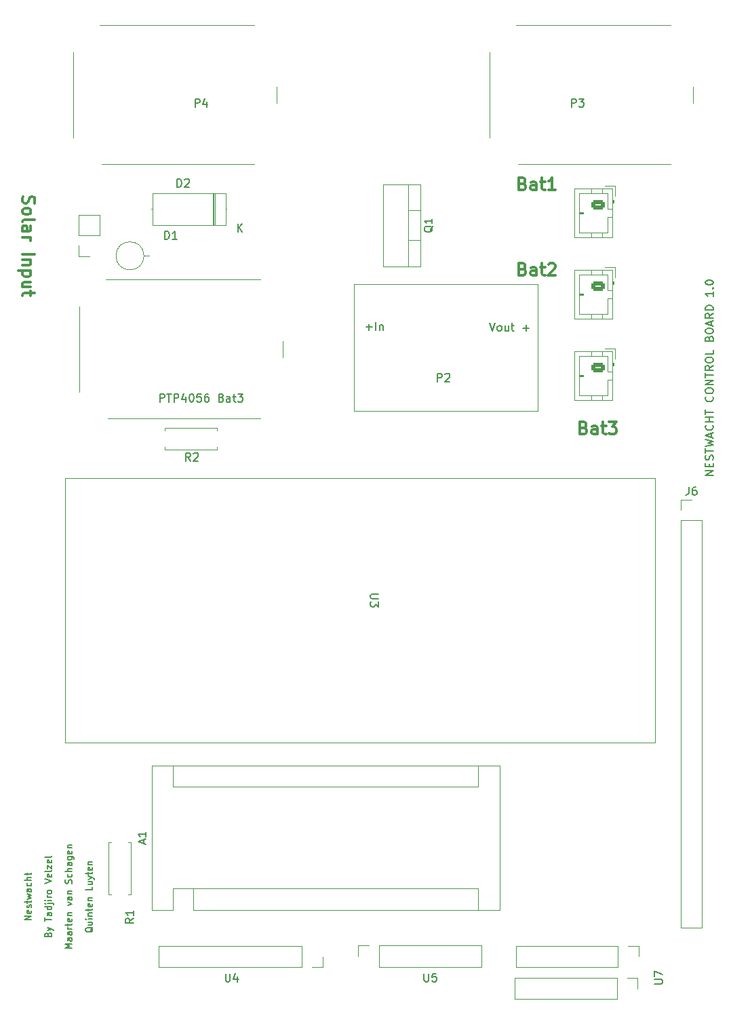
<source format=gto>
G04 #@! TF.GenerationSoftware,KiCad,Pcbnew,(6.0.9)*
G04 #@! TF.CreationDate,2023-01-12T19:49:21+01:00*
G04 #@! TF.ProjectId,vogelhuisje_kicad,766f6765-6c68-4756-9973-6a655f6b6963,rev?*
G04 #@! TF.SameCoordinates,Original*
G04 #@! TF.FileFunction,Legend,Top*
G04 #@! TF.FilePolarity,Positive*
%FSLAX46Y46*%
G04 Gerber Fmt 4.6, Leading zero omitted, Abs format (unit mm)*
G04 Created by KiCad (PCBNEW (6.0.9)) date 2023-01-12 19:49:21*
%MOMM*%
%LPD*%
G01*
G04 APERTURE LIST*
G04 Aperture macros list*
%AMRoundRect*
0 Rectangle with rounded corners*
0 $1 Rounding radius*
0 $2 $3 $4 $5 $6 $7 $8 $9 X,Y pos of 4 corners*
0 Add a 4 corners polygon primitive as box body*
4,1,4,$2,$3,$4,$5,$6,$7,$8,$9,$2,$3,0*
0 Add four circle primitives for the rounded corners*
1,1,$1+$1,$2,$3*
1,1,$1+$1,$4,$5*
1,1,$1+$1,$6,$7*
1,1,$1+$1,$8,$9*
0 Add four rect primitives between the rounded corners*
20,1,$1+$1,$2,$3,$4,$5,0*
20,1,$1+$1,$4,$5,$6,$7,0*
20,1,$1+$1,$6,$7,$8,$9,0*
20,1,$1+$1,$8,$9,$2,$3,0*%
G04 Aperture macros list end*
%ADD10C,0.152400*%
%ADD11C,0.304800*%
%ADD12C,0.150000*%
%ADD13C,0.120000*%
%ADD14R,1.700000X1.700000*%
%ADD15O,1.700000X1.700000*%
%ADD16R,2.200000X2.200000*%
%ADD17O,2.200000X2.200000*%
%ADD18R,4.000000X4.000000*%
%ADD19C,3.000000*%
%ADD20C,1.600000*%
%ADD21O,1.600000X1.600000*%
%ADD22RoundRect,0.250000X-0.625000X0.350000X-0.625000X-0.350000X0.625000X-0.350000X0.625000X0.350000X0*%
%ADD23O,1.750000X1.200000*%
%ADD24R,2.000000X1.905000*%
%ADD25O,2.000000X1.905000*%
%ADD26R,2.800000X2.800000*%
%ADD27O,2.800000X2.800000*%
%ADD28R,1.600000X1.600000*%
%ADD29C,1.524000*%
G04 APERTURE END LIST*
D10*
X71061942Y-167281980D02*
X71100647Y-167165866D01*
X71139352Y-167127161D01*
X71216761Y-167088457D01*
X71332876Y-167088457D01*
X71410285Y-167127161D01*
X71448990Y-167165866D01*
X71487695Y-167243276D01*
X71487695Y-167552914D01*
X70674895Y-167552914D01*
X70674895Y-167281980D01*
X70713600Y-167204571D01*
X70752304Y-167165866D01*
X70829714Y-167127161D01*
X70907123Y-167127161D01*
X70984533Y-167165866D01*
X71023238Y-167204571D01*
X71061942Y-167281980D01*
X71061942Y-167552914D01*
X70945828Y-166817523D02*
X71487695Y-166624000D01*
X70945828Y-166430476D02*
X71487695Y-166624000D01*
X71681219Y-166701409D01*
X71719923Y-166740114D01*
X71758628Y-166817523D01*
X70674895Y-165617676D02*
X70674895Y-165153219D01*
X71487695Y-165385447D02*
X70674895Y-165385447D01*
X71487695Y-164533942D02*
X71061942Y-164533942D01*
X70984533Y-164572647D01*
X70945828Y-164650057D01*
X70945828Y-164804876D01*
X70984533Y-164882285D01*
X71448990Y-164533942D02*
X71487695Y-164611352D01*
X71487695Y-164804876D01*
X71448990Y-164882285D01*
X71371580Y-164920990D01*
X71294171Y-164920990D01*
X71216761Y-164882285D01*
X71178057Y-164804876D01*
X71178057Y-164611352D01*
X71139352Y-164533942D01*
X71487695Y-163798552D02*
X70674895Y-163798552D01*
X71448990Y-163798552D02*
X71487695Y-163875961D01*
X71487695Y-164030780D01*
X71448990Y-164108190D01*
X71410285Y-164146895D01*
X71332876Y-164185600D01*
X71100647Y-164185600D01*
X71023238Y-164146895D01*
X70984533Y-164108190D01*
X70945828Y-164030780D01*
X70945828Y-163875961D01*
X70984533Y-163798552D01*
X70945828Y-163411504D02*
X71642514Y-163411504D01*
X71719923Y-163450209D01*
X71758628Y-163527619D01*
X71758628Y-163566323D01*
X70674895Y-163411504D02*
X70713600Y-163450209D01*
X70752304Y-163411504D01*
X70713600Y-163372800D01*
X70674895Y-163411504D01*
X70752304Y-163411504D01*
X71487695Y-163024457D02*
X70945828Y-163024457D01*
X70674895Y-163024457D02*
X70713600Y-163063161D01*
X70752304Y-163024457D01*
X70713600Y-162985752D01*
X70674895Y-163024457D01*
X70752304Y-163024457D01*
X71487695Y-162637409D02*
X70945828Y-162637409D01*
X71100647Y-162637409D02*
X71023238Y-162598704D01*
X70984533Y-162560000D01*
X70945828Y-162482590D01*
X70945828Y-162405180D01*
X71487695Y-162018133D02*
X71448990Y-162095542D01*
X71410285Y-162134247D01*
X71332876Y-162172952D01*
X71100647Y-162172952D01*
X71023238Y-162134247D01*
X70984533Y-162095542D01*
X70945828Y-162018133D01*
X70945828Y-161902019D01*
X70984533Y-161824609D01*
X71023238Y-161785904D01*
X71100647Y-161747200D01*
X71332876Y-161747200D01*
X71410285Y-161785904D01*
X71448990Y-161824609D01*
X71487695Y-161902019D01*
X71487695Y-162018133D01*
X70674895Y-160895695D02*
X71487695Y-160624761D01*
X70674895Y-160353828D01*
X71448990Y-159773257D02*
X71487695Y-159850666D01*
X71487695Y-160005485D01*
X71448990Y-160082895D01*
X71371580Y-160121600D01*
X71061942Y-160121600D01*
X70984533Y-160082895D01*
X70945828Y-160005485D01*
X70945828Y-159850666D01*
X70984533Y-159773257D01*
X71061942Y-159734552D01*
X71139352Y-159734552D01*
X71216761Y-160121600D01*
X71487695Y-159270095D02*
X71448990Y-159347504D01*
X71371580Y-159386209D01*
X70674895Y-159386209D01*
X70945828Y-159037866D02*
X70945828Y-158612114D01*
X71487695Y-159037866D01*
X71487695Y-158612114D01*
X71448990Y-157992838D02*
X71487695Y-158070247D01*
X71487695Y-158225066D01*
X71448990Y-158302476D01*
X71371580Y-158341180D01*
X71061942Y-158341180D01*
X70984533Y-158302476D01*
X70945828Y-158225066D01*
X70945828Y-158070247D01*
X70984533Y-157992838D01*
X71061942Y-157954133D01*
X71139352Y-157954133D01*
X71216761Y-158341180D01*
X71487695Y-157489676D02*
X71448990Y-157567085D01*
X71371580Y-157605790D01*
X70674895Y-157605790D01*
D11*
X137958285Y-104031142D02*
X138176000Y-104103714D01*
X138248571Y-104176285D01*
X138321142Y-104321428D01*
X138321142Y-104539142D01*
X138248571Y-104684285D01*
X138176000Y-104756857D01*
X138030857Y-104829428D01*
X137450285Y-104829428D01*
X137450285Y-103305428D01*
X137958285Y-103305428D01*
X138103428Y-103378000D01*
X138176000Y-103450571D01*
X138248571Y-103595714D01*
X138248571Y-103740857D01*
X138176000Y-103886000D01*
X138103428Y-103958571D01*
X137958285Y-104031142D01*
X137450285Y-104031142D01*
X139627428Y-104829428D02*
X139627428Y-104031142D01*
X139554857Y-103886000D01*
X139409714Y-103813428D01*
X139119428Y-103813428D01*
X138974285Y-103886000D01*
X139627428Y-104756857D02*
X139482285Y-104829428D01*
X139119428Y-104829428D01*
X138974285Y-104756857D01*
X138901714Y-104611714D01*
X138901714Y-104466571D01*
X138974285Y-104321428D01*
X139119428Y-104248857D01*
X139482285Y-104248857D01*
X139627428Y-104176285D01*
X140135428Y-103813428D02*
X140716000Y-103813428D01*
X140353142Y-103305428D02*
X140353142Y-104611714D01*
X140425714Y-104756857D01*
X140570857Y-104829428D01*
X140716000Y-104829428D01*
X141078857Y-103305428D02*
X142022285Y-103305428D01*
X141514285Y-103886000D01*
X141732000Y-103886000D01*
X141877142Y-103958571D01*
X141949714Y-104031142D01*
X142022285Y-104176285D01*
X142022285Y-104539142D01*
X141949714Y-104684285D01*
X141877142Y-104756857D01*
X141732000Y-104829428D01*
X141296571Y-104829428D01*
X141151428Y-104756857D01*
X141078857Y-104684285D01*
D10*
X68947695Y-165443504D02*
X68134895Y-165443504D01*
X68947695Y-164979047D01*
X68134895Y-164979047D01*
X68908990Y-164282361D02*
X68947695Y-164359771D01*
X68947695Y-164514590D01*
X68908990Y-164592000D01*
X68831580Y-164630704D01*
X68521942Y-164630704D01*
X68444533Y-164592000D01*
X68405828Y-164514590D01*
X68405828Y-164359771D01*
X68444533Y-164282361D01*
X68521942Y-164243657D01*
X68599352Y-164243657D01*
X68676761Y-164630704D01*
X68908990Y-163934019D02*
X68947695Y-163856609D01*
X68947695Y-163701790D01*
X68908990Y-163624380D01*
X68831580Y-163585676D01*
X68792876Y-163585676D01*
X68715466Y-163624380D01*
X68676761Y-163701790D01*
X68676761Y-163817904D01*
X68638057Y-163895314D01*
X68560647Y-163934019D01*
X68521942Y-163934019D01*
X68444533Y-163895314D01*
X68405828Y-163817904D01*
X68405828Y-163701790D01*
X68444533Y-163624380D01*
X68405828Y-163353447D02*
X68405828Y-163043809D01*
X68134895Y-163237333D02*
X68831580Y-163237333D01*
X68908990Y-163198628D01*
X68947695Y-163121219D01*
X68947695Y-163043809D01*
X68405828Y-162850285D02*
X68947695Y-162695466D01*
X68560647Y-162540647D01*
X68947695Y-162385828D01*
X68405828Y-162231009D01*
X68947695Y-161573028D02*
X68521942Y-161573028D01*
X68444533Y-161611733D01*
X68405828Y-161689142D01*
X68405828Y-161843961D01*
X68444533Y-161921371D01*
X68908990Y-161573028D02*
X68947695Y-161650438D01*
X68947695Y-161843961D01*
X68908990Y-161921371D01*
X68831580Y-161960076D01*
X68754171Y-161960076D01*
X68676761Y-161921371D01*
X68638057Y-161843961D01*
X68638057Y-161650438D01*
X68599352Y-161573028D01*
X68908990Y-160837638D02*
X68947695Y-160915047D01*
X68947695Y-161069866D01*
X68908990Y-161147276D01*
X68870285Y-161185980D01*
X68792876Y-161224685D01*
X68560647Y-161224685D01*
X68483238Y-161185980D01*
X68444533Y-161147276D01*
X68405828Y-161069866D01*
X68405828Y-160915047D01*
X68444533Y-160837638D01*
X68947695Y-160489295D02*
X68134895Y-160489295D01*
X68947695Y-160140952D02*
X68521942Y-160140952D01*
X68444533Y-160179657D01*
X68405828Y-160257066D01*
X68405828Y-160373180D01*
X68444533Y-160450590D01*
X68483238Y-160489295D01*
X68405828Y-159870019D02*
X68405828Y-159560380D01*
X68134895Y-159753904D02*
X68831580Y-159753904D01*
X68908990Y-159715200D01*
X68947695Y-159637790D01*
X68947695Y-159560380D01*
D12*
X154122380Y-109932857D02*
X153122380Y-109932857D01*
X154122380Y-109361428D01*
X153122380Y-109361428D01*
X153598571Y-108885238D02*
X153598571Y-108551904D01*
X154122380Y-108409047D02*
X154122380Y-108885238D01*
X153122380Y-108885238D01*
X153122380Y-108409047D01*
X154074761Y-108028095D02*
X154122380Y-107885238D01*
X154122380Y-107647142D01*
X154074761Y-107551904D01*
X154027142Y-107504285D01*
X153931904Y-107456666D01*
X153836666Y-107456666D01*
X153741428Y-107504285D01*
X153693809Y-107551904D01*
X153646190Y-107647142D01*
X153598571Y-107837619D01*
X153550952Y-107932857D01*
X153503333Y-107980476D01*
X153408095Y-108028095D01*
X153312857Y-108028095D01*
X153217619Y-107980476D01*
X153170000Y-107932857D01*
X153122380Y-107837619D01*
X153122380Y-107599523D01*
X153170000Y-107456666D01*
X153122380Y-107170952D02*
X153122380Y-106599523D01*
X154122380Y-106885238D02*
X153122380Y-106885238D01*
X153122380Y-106361428D02*
X154122380Y-106123333D01*
X153408095Y-105932857D01*
X154122380Y-105742380D01*
X153122380Y-105504285D01*
X153836666Y-105170952D02*
X153836666Y-104694761D01*
X154122380Y-105266190D02*
X153122380Y-104932857D01*
X154122380Y-104599523D01*
X154027142Y-103694761D02*
X154074761Y-103742380D01*
X154122380Y-103885238D01*
X154122380Y-103980476D01*
X154074761Y-104123333D01*
X153979523Y-104218571D01*
X153884285Y-104266190D01*
X153693809Y-104313809D01*
X153550952Y-104313809D01*
X153360476Y-104266190D01*
X153265238Y-104218571D01*
X153170000Y-104123333D01*
X153122380Y-103980476D01*
X153122380Y-103885238D01*
X153170000Y-103742380D01*
X153217619Y-103694761D01*
X154122380Y-103266190D02*
X153122380Y-103266190D01*
X153598571Y-103266190D02*
X153598571Y-102694761D01*
X154122380Y-102694761D02*
X153122380Y-102694761D01*
X153122380Y-102361428D02*
X153122380Y-101790000D01*
X154122380Y-102075714D02*
X153122380Y-102075714D01*
X154027142Y-100123333D02*
X154074761Y-100170952D01*
X154122380Y-100313809D01*
X154122380Y-100409047D01*
X154074761Y-100551904D01*
X153979523Y-100647142D01*
X153884285Y-100694761D01*
X153693809Y-100742380D01*
X153550952Y-100742380D01*
X153360476Y-100694761D01*
X153265238Y-100647142D01*
X153170000Y-100551904D01*
X153122380Y-100409047D01*
X153122380Y-100313809D01*
X153170000Y-100170952D01*
X153217619Y-100123333D01*
X153122380Y-99504285D02*
X153122380Y-99313809D01*
X153170000Y-99218571D01*
X153265238Y-99123333D01*
X153455714Y-99075714D01*
X153789047Y-99075714D01*
X153979523Y-99123333D01*
X154074761Y-99218571D01*
X154122380Y-99313809D01*
X154122380Y-99504285D01*
X154074761Y-99599523D01*
X153979523Y-99694761D01*
X153789047Y-99742380D01*
X153455714Y-99742380D01*
X153265238Y-99694761D01*
X153170000Y-99599523D01*
X153122380Y-99504285D01*
X154122380Y-98647142D02*
X153122380Y-98647142D01*
X154122380Y-98075714D01*
X153122380Y-98075714D01*
X153122380Y-97742380D02*
X153122380Y-97170952D01*
X154122380Y-97456666D02*
X153122380Y-97456666D01*
X154122380Y-96266190D02*
X153646190Y-96599523D01*
X154122380Y-96837619D02*
X153122380Y-96837619D01*
X153122380Y-96456666D01*
X153170000Y-96361428D01*
X153217619Y-96313809D01*
X153312857Y-96266190D01*
X153455714Y-96266190D01*
X153550952Y-96313809D01*
X153598571Y-96361428D01*
X153646190Y-96456666D01*
X153646190Y-96837619D01*
X153122380Y-95647142D02*
X153122380Y-95456666D01*
X153170000Y-95361428D01*
X153265238Y-95266190D01*
X153455714Y-95218571D01*
X153789047Y-95218571D01*
X153979523Y-95266190D01*
X154074761Y-95361428D01*
X154122380Y-95456666D01*
X154122380Y-95647142D01*
X154074761Y-95742380D01*
X153979523Y-95837619D01*
X153789047Y-95885238D01*
X153455714Y-95885238D01*
X153265238Y-95837619D01*
X153170000Y-95742380D01*
X153122380Y-95647142D01*
X154122380Y-94313809D02*
X154122380Y-94790000D01*
X153122380Y-94790000D01*
X153598571Y-92885238D02*
X153646190Y-92742380D01*
X153693809Y-92694761D01*
X153789047Y-92647142D01*
X153931904Y-92647142D01*
X154027142Y-92694761D01*
X154074761Y-92742380D01*
X154122380Y-92837619D01*
X154122380Y-93218571D01*
X153122380Y-93218571D01*
X153122380Y-92885238D01*
X153170000Y-92790000D01*
X153217619Y-92742380D01*
X153312857Y-92694761D01*
X153408095Y-92694761D01*
X153503333Y-92742380D01*
X153550952Y-92790000D01*
X153598571Y-92885238D01*
X153598571Y-93218571D01*
X153122380Y-92028095D02*
X153122380Y-91837619D01*
X153170000Y-91742380D01*
X153265238Y-91647142D01*
X153455714Y-91599523D01*
X153789047Y-91599523D01*
X153979523Y-91647142D01*
X154074761Y-91742380D01*
X154122380Y-91837619D01*
X154122380Y-92028095D01*
X154074761Y-92123333D01*
X153979523Y-92218571D01*
X153789047Y-92266190D01*
X153455714Y-92266190D01*
X153265238Y-92218571D01*
X153170000Y-92123333D01*
X153122380Y-92028095D01*
X153836666Y-91218571D02*
X153836666Y-90742380D01*
X154122380Y-91313809D02*
X153122380Y-90980476D01*
X154122380Y-90647142D01*
X154122380Y-89742380D02*
X153646190Y-90075714D01*
X154122380Y-90313809D02*
X153122380Y-90313809D01*
X153122380Y-89932857D01*
X153170000Y-89837619D01*
X153217619Y-89790000D01*
X153312857Y-89742380D01*
X153455714Y-89742380D01*
X153550952Y-89790000D01*
X153598571Y-89837619D01*
X153646190Y-89932857D01*
X153646190Y-90313809D01*
X154122380Y-89313809D02*
X153122380Y-89313809D01*
X153122380Y-89075714D01*
X153170000Y-88932857D01*
X153265238Y-88837619D01*
X153360476Y-88790000D01*
X153550952Y-88742380D01*
X153693809Y-88742380D01*
X153884285Y-88790000D01*
X153979523Y-88837619D01*
X154074761Y-88932857D01*
X154122380Y-89075714D01*
X154122380Y-89313809D01*
X154122380Y-87028095D02*
X154122380Y-87599523D01*
X154122380Y-87313809D02*
X153122380Y-87313809D01*
X153265238Y-87409047D01*
X153360476Y-87504285D01*
X153408095Y-87599523D01*
X154027142Y-86599523D02*
X154074761Y-86551904D01*
X154122380Y-86599523D01*
X154074761Y-86647142D01*
X154027142Y-86599523D01*
X154122380Y-86599523D01*
X153122380Y-85932857D02*
X153122380Y-85837619D01*
X153170000Y-85742380D01*
X153217619Y-85694761D01*
X153312857Y-85647142D01*
X153503333Y-85599523D01*
X153741428Y-85599523D01*
X153931904Y-85647142D01*
X154027142Y-85694761D01*
X154074761Y-85742380D01*
X154122380Y-85837619D01*
X154122380Y-85932857D01*
X154074761Y-86028095D01*
X154027142Y-86075714D01*
X153931904Y-86123333D01*
X153741428Y-86170952D01*
X153503333Y-86170952D01*
X153312857Y-86123333D01*
X153217619Y-86075714D01*
X153170000Y-86028095D01*
X153122380Y-85932857D01*
D10*
X74027695Y-168984990D02*
X73214895Y-168984990D01*
X73795466Y-168714057D01*
X73214895Y-168443123D01*
X74027695Y-168443123D01*
X74027695Y-167707733D02*
X73601942Y-167707733D01*
X73524533Y-167746438D01*
X73485828Y-167823847D01*
X73485828Y-167978666D01*
X73524533Y-168056076D01*
X73988990Y-167707733D02*
X74027695Y-167785142D01*
X74027695Y-167978666D01*
X73988990Y-168056076D01*
X73911580Y-168094780D01*
X73834171Y-168094780D01*
X73756761Y-168056076D01*
X73718057Y-167978666D01*
X73718057Y-167785142D01*
X73679352Y-167707733D01*
X74027695Y-166972342D02*
X73601942Y-166972342D01*
X73524533Y-167011047D01*
X73485828Y-167088457D01*
X73485828Y-167243276D01*
X73524533Y-167320685D01*
X73988990Y-166972342D02*
X74027695Y-167049752D01*
X74027695Y-167243276D01*
X73988990Y-167320685D01*
X73911580Y-167359390D01*
X73834171Y-167359390D01*
X73756761Y-167320685D01*
X73718057Y-167243276D01*
X73718057Y-167049752D01*
X73679352Y-166972342D01*
X74027695Y-166585295D02*
X73485828Y-166585295D01*
X73640647Y-166585295D02*
X73563238Y-166546590D01*
X73524533Y-166507885D01*
X73485828Y-166430476D01*
X73485828Y-166353066D01*
X73485828Y-166198247D02*
X73485828Y-165888609D01*
X73214895Y-166082133D02*
X73911580Y-166082133D01*
X73988990Y-166043428D01*
X74027695Y-165966019D01*
X74027695Y-165888609D01*
X73988990Y-165308038D02*
X74027695Y-165385447D01*
X74027695Y-165540266D01*
X73988990Y-165617676D01*
X73911580Y-165656380D01*
X73601942Y-165656380D01*
X73524533Y-165617676D01*
X73485828Y-165540266D01*
X73485828Y-165385447D01*
X73524533Y-165308038D01*
X73601942Y-165269333D01*
X73679352Y-165269333D01*
X73756761Y-165656380D01*
X73485828Y-164920990D02*
X74027695Y-164920990D01*
X73563238Y-164920990D02*
X73524533Y-164882285D01*
X73485828Y-164804876D01*
X73485828Y-164688761D01*
X73524533Y-164611352D01*
X73601942Y-164572647D01*
X74027695Y-164572647D01*
X73485828Y-163643733D02*
X74027695Y-163450209D01*
X73485828Y-163256685D01*
X74027695Y-162598704D02*
X73601942Y-162598704D01*
X73524533Y-162637409D01*
X73485828Y-162714819D01*
X73485828Y-162869638D01*
X73524533Y-162947047D01*
X73988990Y-162598704D02*
X74027695Y-162676114D01*
X74027695Y-162869638D01*
X73988990Y-162947047D01*
X73911580Y-162985752D01*
X73834171Y-162985752D01*
X73756761Y-162947047D01*
X73718057Y-162869638D01*
X73718057Y-162676114D01*
X73679352Y-162598704D01*
X73485828Y-162211657D02*
X74027695Y-162211657D01*
X73563238Y-162211657D02*
X73524533Y-162172952D01*
X73485828Y-162095542D01*
X73485828Y-161979428D01*
X73524533Y-161902019D01*
X73601942Y-161863314D01*
X74027695Y-161863314D01*
X73988990Y-160895695D02*
X74027695Y-160779580D01*
X74027695Y-160586057D01*
X73988990Y-160508647D01*
X73950285Y-160469942D01*
X73872876Y-160431238D01*
X73795466Y-160431238D01*
X73718057Y-160469942D01*
X73679352Y-160508647D01*
X73640647Y-160586057D01*
X73601942Y-160740876D01*
X73563238Y-160818285D01*
X73524533Y-160856990D01*
X73447123Y-160895695D01*
X73369714Y-160895695D01*
X73292304Y-160856990D01*
X73253600Y-160818285D01*
X73214895Y-160740876D01*
X73214895Y-160547352D01*
X73253600Y-160431238D01*
X73988990Y-159734552D02*
X74027695Y-159811961D01*
X74027695Y-159966780D01*
X73988990Y-160044190D01*
X73950285Y-160082895D01*
X73872876Y-160121600D01*
X73640647Y-160121600D01*
X73563238Y-160082895D01*
X73524533Y-160044190D01*
X73485828Y-159966780D01*
X73485828Y-159811961D01*
X73524533Y-159734552D01*
X74027695Y-159386209D02*
X73214895Y-159386209D01*
X74027695Y-159037866D02*
X73601942Y-159037866D01*
X73524533Y-159076571D01*
X73485828Y-159153980D01*
X73485828Y-159270095D01*
X73524533Y-159347504D01*
X73563238Y-159386209D01*
X74027695Y-158302476D02*
X73601942Y-158302476D01*
X73524533Y-158341180D01*
X73485828Y-158418590D01*
X73485828Y-158573409D01*
X73524533Y-158650819D01*
X73988990Y-158302476D02*
X74027695Y-158379885D01*
X74027695Y-158573409D01*
X73988990Y-158650819D01*
X73911580Y-158689523D01*
X73834171Y-158689523D01*
X73756761Y-158650819D01*
X73718057Y-158573409D01*
X73718057Y-158379885D01*
X73679352Y-158302476D01*
X73485828Y-157567085D02*
X74143809Y-157567085D01*
X74221219Y-157605790D01*
X74259923Y-157644495D01*
X74298628Y-157721904D01*
X74298628Y-157838019D01*
X74259923Y-157915428D01*
X73988990Y-157567085D02*
X74027695Y-157644495D01*
X74027695Y-157799314D01*
X73988990Y-157876723D01*
X73950285Y-157915428D01*
X73872876Y-157954133D01*
X73640647Y-157954133D01*
X73563238Y-157915428D01*
X73524533Y-157876723D01*
X73485828Y-157799314D01*
X73485828Y-157644495D01*
X73524533Y-157567085D01*
X73988990Y-156870400D02*
X74027695Y-156947809D01*
X74027695Y-157102628D01*
X73988990Y-157180038D01*
X73911580Y-157218742D01*
X73601942Y-157218742D01*
X73524533Y-157180038D01*
X73485828Y-157102628D01*
X73485828Y-156947809D01*
X73524533Y-156870400D01*
X73601942Y-156831695D01*
X73679352Y-156831695D01*
X73756761Y-157218742D01*
X73485828Y-156483352D02*
X74027695Y-156483352D01*
X73563238Y-156483352D02*
X73524533Y-156444647D01*
X73485828Y-156367238D01*
X73485828Y-156251123D01*
X73524533Y-156173714D01*
X73601942Y-156135009D01*
X74027695Y-156135009D01*
D11*
X130338285Y-73551142D02*
X130556000Y-73623714D01*
X130628571Y-73696285D01*
X130701142Y-73841428D01*
X130701142Y-74059142D01*
X130628571Y-74204285D01*
X130556000Y-74276857D01*
X130410857Y-74349428D01*
X129830285Y-74349428D01*
X129830285Y-72825428D01*
X130338285Y-72825428D01*
X130483428Y-72898000D01*
X130556000Y-72970571D01*
X130628571Y-73115714D01*
X130628571Y-73260857D01*
X130556000Y-73406000D01*
X130483428Y-73478571D01*
X130338285Y-73551142D01*
X129830285Y-73551142D01*
X132007428Y-74349428D02*
X132007428Y-73551142D01*
X131934857Y-73406000D01*
X131789714Y-73333428D01*
X131499428Y-73333428D01*
X131354285Y-73406000D01*
X132007428Y-74276857D02*
X131862285Y-74349428D01*
X131499428Y-74349428D01*
X131354285Y-74276857D01*
X131281714Y-74131714D01*
X131281714Y-73986571D01*
X131354285Y-73841428D01*
X131499428Y-73768857D01*
X131862285Y-73768857D01*
X132007428Y-73696285D01*
X132515428Y-73333428D02*
X133096000Y-73333428D01*
X132733142Y-72825428D02*
X132733142Y-74131714D01*
X132805714Y-74276857D01*
X132950857Y-74349428D01*
X133096000Y-74349428D01*
X134402285Y-74349428D02*
X133531428Y-74349428D01*
X133966857Y-74349428D02*
X133966857Y-72825428D01*
X133821714Y-73043142D01*
X133676571Y-73188285D01*
X133531428Y-73260857D01*
D10*
X76645104Y-166391771D02*
X76606400Y-166469180D01*
X76528990Y-166546590D01*
X76412876Y-166662704D01*
X76374171Y-166740114D01*
X76374171Y-166817523D01*
X76567695Y-166778819D02*
X76528990Y-166856228D01*
X76451580Y-166933638D01*
X76296761Y-166972342D01*
X76025828Y-166972342D01*
X75871009Y-166933638D01*
X75793600Y-166856228D01*
X75754895Y-166778819D01*
X75754895Y-166624000D01*
X75793600Y-166546590D01*
X75871009Y-166469180D01*
X76025828Y-166430476D01*
X76296761Y-166430476D01*
X76451580Y-166469180D01*
X76528990Y-166546590D01*
X76567695Y-166624000D01*
X76567695Y-166778819D01*
X76025828Y-165733790D02*
X76567695Y-165733790D01*
X76025828Y-166082133D02*
X76451580Y-166082133D01*
X76528990Y-166043428D01*
X76567695Y-165966019D01*
X76567695Y-165849904D01*
X76528990Y-165772495D01*
X76490285Y-165733790D01*
X76567695Y-165346742D02*
X76025828Y-165346742D01*
X75754895Y-165346742D02*
X75793600Y-165385447D01*
X75832304Y-165346742D01*
X75793600Y-165308038D01*
X75754895Y-165346742D01*
X75832304Y-165346742D01*
X76025828Y-164959695D02*
X76567695Y-164959695D01*
X76103238Y-164959695D02*
X76064533Y-164920990D01*
X76025828Y-164843580D01*
X76025828Y-164727466D01*
X76064533Y-164650057D01*
X76141942Y-164611352D01*
X76567695Y-164611352D01*
X76025828Y-164340419D02*
X76025828Y-164030780D01*
X75754895Y-164224304D02*
X76451580Y-164224304D01*
X76528990Y-164185600D01*
X76567695Y-164108190D01*
X76567695Y-164030780D01*
X76528990Y-163450209D02*
X76567695Y-163527619D01*
X76567695Y-163682438D01*
X76528990Y-163759847D01*
X76451580Y-163798552D01*
X76141942Y-163798552D01*
X76064533Y-163759847D01*
X76025828Y-163682438D01*
X76025828Y-163527619D01*
X76064533Y-163450209D01*
X76141942Y-163411504D01*
X76219352Y-163411504D01*
X76296761Y-163798552D01*
X76025828Y-163063161D02*
X76567695Y-163063161D01*
X76103238Y-163063161D02*
X76064533Y-163024457D01*
X76025828Y-162947047D01*
X76025828Y-162830933D01*
X76064533Y-162753523D01*
X76141942Y-162714819D01*
X76567695Y-162714819D01*
X76567695Y-161321447D02*
X76567695Y-161708495D01*
X75754895Y-161708495D01*
X76025828Y-160702171D02*
X76567695Y-160702171D01*
X76025828Y-161050514D02*
X76451580Y-161050514D01*
X76528990Y-161011809D01*
X76567695Y-160934400D01*
X76567695Y-160818285D01*
X76528990Y-160740876D01*
X76490285Y-160702171D01*
X76025828Y-160392533D02*
X76567695Y-160199009D01*
X76025828Y-160005485D02*
X76567695Y-160199009D01*
X76761219Y-160276419D01*
X76799923Y-160315123D01*
X76838628Y-160392533D01*
X76025828Y-159811961D02*
X76025828Y-159502323D01*
X75754895Y-159695847D02*
X76451580Y-159695847D01*
X76528990Y-159657142D01*
X76567695Y-159579733D01*
X76567695Y-159502323D01*
X76528990Y-158921752D02*
X76567695Y-158999161D01*
X76567695Y-159153980D01*
X76528990Y-159231390D01*
X76451580Y-159270095D01*
X76141942Y-159270095D01*
X76064533Y-159231390D01*
X76025828Y-159153980D01*
X76025828Y-158999161D01*
X76064533Y-158921752D01*
X76141942Y-158883047D01*
X76219352Y-158883047D01*
X76296761Y-159270095D01*
X76025828Y-158534704D02*
X76567695Y-158534704D01*
X76103238Y-158534704D02*
X76064533Y-158496000D01*
X76025828Y-158418590D01*
X76025828Y-158302476D01*
X76064533Y-158225066D01*
X76141942Y-158186361D01*
X76567695Y-158186361D01*
D11*
X67963142Y-75147714D02*
X67890571Y-75365428D01*
X67890571Y-75728285D01*
X67963142Y-75873428D01*
X68035714Y-75946000D01*
X68180857Y-76018571D01*
X68326000Y-76018571D01*
X68471142Y-75946000D01*
X68543714Y-75873428D01*
X68616285Y-75728285D01*
X68688857Y-75438000D01*
X68761428Y-75292857D01*
X68834000Y-75220285D01*
X68979142Y-75147714D01*
X69124285Y-75147714D01*
X69269428Y-75220285D01*
X69342000Y-75292857D01*
X69414571Y-75438000D01*
X69414571Y-75800857D01*
X69342000Y-76018571D01*
X67890571Y-76889428D02*
X67963142Y-76744285D01*
X68035714Y-76671714D01*
X68180857Y-76599142D01*
X68616285Y-76599142D01*
X68761428Y-76671714D01*
X68834000Y-76744285D01*
X68906571Y-76889428D01*
X68906571Y-77107142D01*
X68834000Y-77252285D01*
X68761428Y-77324857D01*
X68616285Y-77397428D01*
X68180857Y-77397428D01*
X68035714Y-77324857D01*
X67963142Y-77252285D01*
X67890571Y-77107142D01*
X67890571Y-76889428D01*
X67890571Y-78268285D02*
X67963142Y-78123142D01*
X68108285Y-78050571D01*
X69414571Y-78050571D01*
X67890571Y-79501999D02*
X68688857Y-79502000D01*
X68834000Y-79429428D01*
X68906571Y-79284285D01*
X68906571Y-78994000D01*
X68834000Y-78848857D01*
X67963142Y-79502000D02*
X67890571Y-79356857D01*
X67890571Y-78994000D01*
X67963142Y-78848857D01*
X68108285Y-78776285D01*
X68253428Y-78776285D01*
X68398571Y-78848857D01*
X68471142Y-78994000D01*
X68471142Y-79356857D01*
X68543714Y-79502000D01*
X67890571Y-80227714D02*
X68906571Y-80227714D01*
X68616285Y-80227714D02*
X68761428Y-80300285D01*
X68834000Y-80372857D01*
X68906571Y-80518000D01*
X68906571Y-80663142D01*
X67890571Y-82332285D02*
X69414571Y-82332285D01*
X68906571Y-83058000D02*
X67890571Y-83058000D01*
X68761428Y-83058000D02*
X68834000Y-83130571D01*
X68906571Y-83275714D01*
X68906571Y-83493428D01*
X68834000Y-83638571D01*
X68688857Y-83711142D01*
X67890571Y-83711142D01*
X68906571Y-84436857D02*
X67382571Y-84436857D01*
X68834000Y-84436857D02*
X68906571Y-84582000D01*
X68906571Y-84872285D01*
X68834000Y-85017428D01*
X68761428Y-85090000D01*
X68616285Y-85162571D01*
X68180857Y-85162571D01*
X68035714Y-85090000D01*
X67963142Y-85017428D01*
X67890571Y-84872285D01*
X67890571Y-84582000D01*
X67963142Y-84436857D01*
X68906571Y-86468857D02*
X67890571Y-86468857D01*
X68906571Y-85815714D02*
X68108285Y-85815714D01*
X67963142Y-85888285D01*
X67890571Y-86033428D01*
X67890571Y-86251142D01*
X67963142Y-86396285D01*
X68035714Y-86468857D01*
X68906571Y-86976857D02*
X68906571Y-87557428D01*
X69414571Y-87194571D02*
X68108285Y-87194571D01*
X67963142Y-87267142D01*
X67890571Y-87412285D01*
X67890571Y-87557428D01*
X130338285Y-84191142D02*
X130556000Y-84263714D01*
X130628571Y-84336285D01*
X130701142Y-84481428D01*
X130701142Y-84699142D01*
X130628571Y-84844285D01*
X130556000Y-84916857D01*
X130410857Y-84989428D01*
X129830285Y-84989428D01*
X129830285Y-83465428D01*
X130338285Y-83465428D01*
X130483428Y-83538000D01*
X130556000Y-83610571D01*
X130628571Y-83755714D01*
X130628571Y-83900857D01*
X130556000Y-84046000D01*
X130483428Y-84118571D01*
X130338285Y-84191142D01*
X129830285Y-84191142D01*
X132007428Y-84989428D02*
X132007428Y-84191142D01*
X131934857Y-84046000D01*
X131789714Y-83973428D01*
X131499428Y-83973428D01*
X131354285Y-84046000D01*
X132007428Y-84916857D02*
X131862285Y-84989428D01*
X131499428Y-84989428D01*
X131354285Y-84916857D01*
X131281714Y-84771714D01*
X131281714Y-84626571D01*
X131354285Y-84481428D01*
X131499428Y-84408857D01*
X131862285Y-84408857D01*
X132007428Y-84336285D01*
X132515428Y-83973428D02*
X133096000Y-83973428D01*
X132733142Y-83465428D02*
X132733142Y-84771714D01*
X132805714Y-84916857D01*
X132950857Y-84989428D01*
X133096000Y-84989428D01*
X133531428Y-83610571D02*
X133604000Y-83538000D01*
X133749142Y-83465428D01*
X134112000Y-83465428D01*
X134257142Y-83538000D01*
X134329714Y-83610571D01*
X134402285Y-83755714D01*
X134402285Y-83900857D01*
X134329714Y-84118571D01*
X133458857Y-84989428D01*
X134402285Y-84989428D01*
D12*
X85621904Y-80462380D02*
X85621904Y-79462380D01*
X85860000Y-79462380D01*
X86002857Y-79510000D01*
X86098095Y-79605238D01*
X86145714Y-79700476D01*
X86193333Y-79890952D01*
X86193333Y-80033809D01*
X86145714Y-80224285D01*
X86098095Y-80319523D01*
X86002857Y-80414761D01*
X85860000Y-80462380D01*
X85621904Y-80462380D01*
X87145714Y-80462380D02*
X86574285Y-80462380D01*
X86860000Y-80462380D02*
X86860000Y-79462380D01*
X86764761Y-79605238D01*
X86669523Y-79700476D01*
X86574285Y-79748095D01*
X85027142Y-100782380D02*
X85027142Y-99782380D01*
X85408095Y-99782380D01*
X85503333Y-99830000D01*
X85550952Y-99877619D01*
X85598571Y-99972857D01*
X85598571Y-100115714D01*
X85550952Y-100210952D01*
X85503333Y-100258571D01*
X85408095Y-100306190D01*
X85027142Y-100306190D01*
X85884285Y-99782380D02*
X86455714Y-99782380D01*
X86170000Y-100782380D02*
X86170000Y-99782380D01*
X86789047Y-100782380D02*
X86789047Y-99782380D01*
X87170000Y-99782380D01*
X87265238Y-99830000D01*
X87312857Y-99877619D01*
X87360476Y-99972857D01*
X87360476Y-100115714D01*
X87312857Y-100210952D01*
X87265238Y-100258571D01*
X87170000Y-100306190D01*
X86789047Y-100306190D01*
X88217619Y-100115714D02*
X88217619Y-100782380D01*
X87979523Y-99734761D02*
X87741428Y-100449047D01*
X88360476Y-100449047D01*
X88931904Y-99782380D02*
X89027142Y-99782380D01*
X89122380Y-99830000D01*
X89170000Y-99877619D01*
X89217619Y-99972857D01*
X89265238Y-100163333D01*
X89265238Y-100401428D01*
X89217619Y-100591904D01*
X89170000Y-100687142D01*
X89122380Y-100734761D01*
X89027142Y-100782380D01*
X88931904Y-100782380D01*
X88836666Y-100734761D01*
X88789047Y-100687142D01*
X88741428Y-100591904D01*
X88693809Y-100401428D01*
X88693809Y-100163333D01*
X88741428Y-99972857D01*
X88789047Y-99877619D01*
X88836666Y-99830000D01*
X88931904Y-99782380D01*
X90170000Y-99782380D02*
X89693809Y-99782380D01*
X89646190Y-100258571D01*
X89693809Y-100210952D01*
X89789047Y-100163333D01*
X90027142Y-100163333D01*
X90122380Y-100210952D01*
X90170000Y-100258571D01*
X90217619Y-100353809D01*
X90217619Y-100591904D01*
X90170000Y-100687142D01*
X90122380Y-100734761D01*
X90027142Y-100782380D01*
X89789047Y-100782380D01*
X89693809Y-100734761D01*
X89646190Y-100687142D01*
X91074761Y-99782380D02*
X90884285Y-99782380D01*
X90789047Y-99830000D01*
X90741428Y-99877619D01*
X90646190Y-100020476D01*
X90598571Y-100210952D01*
X90598571Y-100591904D01*
X90646190Y-100687142D01*
X90693809Y-100734761D01*
X90789047Y-100782380D01*
X90979523Y-100782380D01*
X91074761Y-100734761D01*
X91122380Y-100687142D01*
X91170000Y-100591904D01*
X91170000Y-100353809D01*
X91122380Y-100258571D01*
X91074761Y-100210952D01*
X90979523Y-100163333D01*
X90789047Y-100163333D01*
X90693809Y-100210952D01*
X90646190Y-100258571D01*
X90598571Y-100353809D01*
X92693809Y-100258571D02*
X92836666Y-100306190D01*
X92884285Y-100353809D01*
X92931904Y-100449047D01*
X92931904Y-100591904D01*
X92884285Y-100687142D01*
X92836666Y-100734761D01*
X92741428Y-100782380D01*
X92360476Y-100782380D01*
X92360476Y-99782380D01*
X92693809Y-99782380D01*
X92789047Y-99830000D01*
X92836666Y-99877619D01*
X92884285Y-99972857D01*
X92884285Y-100068095D01*
X92836666Y-100163333D01*
X92789047Y-100210952D01*
X92693809Y-100258571D01*
X92360476Y-100258571D01*
X93789047Y-100782380D02*
X93789047Y-100258571D01*
X93741428Y-100163333D01*
X93646190Y-100115714D01*
X93455714Y-100115714D01*
X93360476Y-100163333D01*
X93789047Y-100734761D02*
X93693809Y-100782380D01*
X93455714Y-100782380D01*
X93360476Y-100734761D01*
X93312857Y-100639523D01*
X93312857Y-100544285D01*
X93360476Y-100449047D01*
X93455714Y-100401428D01*
X93693809Y-100401428D01*
X93789047Y-100353809D01*
X94122380Y-100115714D02*
X94503333Y-100115714D01*
X94265238Y-99782380D02*
X94265238Y-100639523D01*
X94312857Y-100734761D01*
X94408095Y-100782380D01*
X94503333Y-100782380D01*
X94741428Y-99782380D02*
X95360476Y-99782380D01*
X95027142Y-100163333D01*
X95169999Y-100163333D01*
X95265238Y-100210952D01*
X95312857Y-100258571D01*
X95360476Y-100353809D01*
X95360476Y-100591904D01*
X95312857Y-100687142D01*
X95265238Y-100734761D01*
X95169999Y-100782380D01*
X94884285Y-100782380D01*
X94789047Y-100734761D01*
X94741428Y-100687142D01*
X119681904Y-98242380D02*
X119681904Y-97242380D01*
X120062857Y-97242380D01*
X120158095Y-97290000D01*
X120205714Y-97337619D01*
X120253333Y-97432857D01*
X120253333Y-97575714D01*
X120205714Y-97670952D01*
X120158095Y-97718571D01*
X120062857Y-97766190D01*
X119681904Y-97766190D01*
X120634285Y-97337619D02*
X120681904Y-97290000D01*
X120777142Y-97242380D01*
X121015238Y-97242380D01*
X121110476Y-97290000D01*
X121158095Y-97337619D01*
X121205714Y-97432857D01*
X121205714Y-97528095D01*
X121158095Y-97670952D01*
X120586666Y-98242380D01*
X121205714Y-98242380D01*
X110748571Y-91456428D02*
X111510476Y-91456428D01*
X111129523Y-91837380D02*
X111129523Y-91075476D01*
X111986666Y-91837380D02*
X111986666Y-90837380D01*
X112462857Y-91170714D02*
X112462857Y-91837380D01*
X112462857Y-91265952D02*
X112510476Y-91218333D01*
X112605714Y-91170714D01*
X112748571Y-91170714D01*
X112843809Y-91218333D01*
X112891428Y-91313571D01*
X112891428Y-91837380D01*
X126196190Y-90937380D02*
X126529523Y-91937380D01*
X126862857Y-90937380D01*
X127339047Y-91937380D02*
X127243809Y-91889761D01*
X127196190Y-91842142D01*
X127148571Y-91746904D01*
X127148571Y-91461190D01*
X127196190Y-91365952D01*
X127243809Y-91318333D01*
X127339047Y-91270714D01*
X127481904Y-91270714D01*
X127577142Y-91318333D01*
X127624761Y-91365952D01*
X127672380Y-91461190D01*
X127672380Y-91746904D01*
X127624761Y-91842142D01*
X127577142Y-91889761D01*
X127481904Y-91937380D01*
X127339047Y-91937380D01*
X128529523Y-91270714D02*
X128529523Y-91937380D01*
X128100952Y-91270714D02*
X128100952Y-91794523D01*
X128148571Y-91889761D01*
X128243809Y-91937380D01*
X128386666Y-91937380D01*
X128481904Y-91889761D01*
X128529523Y-91842142D01*
X128862857Y-91270714D02*
X129243809Y-91270714D01*
X129005714Y-90937380D02*
X129005714Y-91794523D01*
X129053333Y-91889761D01*
X129148571Y-91937380D01*
X129243809Y-91937380D01*
X130339047Y-91556428D02*
X131100952Y-91556428D01*
X130720000Y-91937380D02*
X130720000Y-91175476D01*
X88833333Y-108152380D02*
X88500000Y-107676190D01*
X88261904Y-108152380D02*
X88261904Y-107152380D01*
X88642857Y-107152380D01*
X88738095Y-107200000D01*
X88785714Y-107247619D01*
X88833333Y-107342857D01*
X88833333Y-107485714D01*
X88785714Y-107580952D01*
X88738095Y-107628571D01*
X88642857Y-107676190D01*
X88261904Y-107676190D01*
X89214285Y-107247619D02*
X89261904Y-107200000D01*
X89357142Y-107152380D01*
X89595238Y-107152380D01*
X89690476Y-107200000D01*
X89738095Y-107247619D01*
X89785714Y-107342857D01*
X89785714Y-107438095D01*
X89738095Y-107580952D01*
X89166666Y-108152380D01*
X89785714Y-108152380D01*
X119117619Y-78835238D02*
X119070000Y-78930476D01*
X118974761Y-79025714D01*
X118831904Y-79168571D01*
X118784285Y-79263809D01*
X118784285Y-79359047D01*
X119022380Y-79311428D02*
X118974761Y-79406666D01*
X118879523Y-79501904D01*
X118689047Y-79549523D01*
X118355714Y-79549523D01*
X118165238Y-79501904D01*
X118070000Y-79406666D01*
X118022380Y-79311428D01*
X118022380Y-79120952D01*
X118070000Y-79025714D01*
X118165238Y-78930476D01*
X118355714Y-78882857D01*
X118689047Y-78882857D01*
X118879523Y-78930476D01*
X118974761Y-79025714D01*
X119022380Y-79120952D01*
X119022380Y-79311428D01*
X119022380Y-77930476D02*
X119022380Y-78501904D01*
X119022380Y-78216190D02*
X118022380Y-78216190D01*
X118165238Y-78311428D01*
X118260476Y-78406666D01*
X118308095Y-78501904D01*
X81732380Y-165266666D02*
X81256190Y-165600000D01*
X81732380Y-165838095D02*
X80732380Y-165838095D01*
X80732380Y-165457142D01*
X80780000Y-165361904D01*
X80827619Y-165314285D01*
X80922857Y-165266666D01*
X81065714Y-165266666D01*
X81160952Y-165314285D01*
X81208571Y-165361904D01*
X81256190Y-165457142D01*
X81256190Y-165838095D01*
X81732380Y-164314285D02*
X81732380Y-164885714D01*
X81732380Y-164600000D02*
X80732380Y-164600000D01*
X80875238Y-164695238D01*
X80970476Y-164790476D01*
X81018095Y-164885714D01*
X87161904Y-73952380D02*
X87161904Y-72952380D01*
X87400000Y-72952380D01*
X87542857Y-73000000D01*
X87638095Y-73095238D01*
X87685714Y-73190476D01*
X87733333Y-73380952D01*
X87733333Y-73523809D01*
X87685714Y-73714285D01*
X87638095Y-73809523D01*
X87542857Y-73904761D01*
X87400000Y-73952380D01*
X87161904Y-73952380D01*
X88114285Y-73047619D02*
X88161904Y-73000000D01*
X88257142Y-72952380D01*
X88495238Y-72952380D01*
X88590476Y-73000000D01*
X88638095Y-73047619D01*
X88685714Y-73142857D01*
X88685714Y-73238095D01*
X88638095Y-73380952D01*
X88066666Y-73952380D01*
X88685714Y-73952380D01*
X94738095Y-79582380D02*
X94738095Y-78582380D01*
X95309523Y-79582380D02*
X94880952Y-79010952D01*
X95309523Y-78582380D02*
X94738095Y-79153809D01*
X93218095Y-172172380D02*
X93218095Y-172981904D01*
X93265714Y-173077142D01*
X93313333Y-173124761D01*
X93408571Y-173172380D01*
X93599047Y-173172380D01*
X93694285Y-173124761D01*
X93741904Y-173077142D01*
X93789523Y-172981904D01*
X93789523Y-172172380D01*
X94694285Y-172505714D02*
X94694285Y-173172380D01*
X94456190Y-172124761D02*
X94218095Y-172839047D01*
X94837142Y-172839047D01*
X83011666Y-155929285D02*
X83011666Y-155453095D01*
X83297380Y-156024523D02*
X82297380Y-155691190D01*
X83297380Y-155357857D01*
X83297380Y-154500714D02*
X83297380Y-155072142D01*
X83297380Y-154786428D02*
X82297380Y-154786428D01*
X82440238Y-154881666D01*
X82535476Y-154976904D01*
X82583095Y-155072142D01*
X89431904Y-63952380D02*
X89431904Y-62952380D01*
X89812857Y-62952380D01*
X89908095Y-63000000D01*
X89955714Y-63047619D01*
X90003333Y-63142857D01*
X90003333Y-63285714D01*
X89955714Y-63380952D01*
X89908095Y-63428571D01*
X89812857Y-63476190D01*
X89431904Y-63476190D01*
X90860476Y-63285714D02*
X90860476Y-63952380D01*
X90622380Y-62904761D02*
X90384285Y-63619047D01*
X91003333Y-63619047D01*
X151050666Y-111422380D02*
X151050666Y-112136666D01*
X151003047Y-112279523D01*
X150907809Y-112374761D01*
X150764952Y-112422380D01*
X150669714Y-112422380D01*
X151955428Y-111422380D02*
X151764952Y-111422380D01*
X151669714Y-111470000D01*
X151622095Y-111517619D01*
X151526857Y-111660476D01*
X151479238Y-111850952D01*
X151479238Y-112231904D01*
X151526857Y-112327142D01*
X151574476Y-112374761D01*
X151669714Y-112422380D01*
X151860190Y-112422380D01*
X151955428Y-112374761D01*
X152003047Y-112327142D01*
X152050666Y-112231904D01*
X152050666Y-111993809D01*
X152003047Y-111898571D01*
X151955428Y-111850952D01*
X151860190Y-111803333D01*
X151669714Y-111803333D01*
X151574476Y-111850952D01*
X151526857Y-111898571D01*
X151479238Y-111993809D01*
X146772380Y-173456904D02*
X147581904Y-173456904D01*
X147677142Y-173409285D01*
X147724761Y-173361666D01*
X147772380Y-173266428D01*
X147772380Y-173075952D01*
X147724761Y-172980714D01*
X147677142Y-172933095D01*
X147581904Y-172885476D01*
X146772380Y-172885476D01*
X146772380Y-172504523D02*
X146772380Y-171837857D01*
X147772380Y-172266428D01*
X118013095Y-172172380D02*
X118013095Y-172981904D01*
X118060714Y-173077142D01*
X118108333Y-173124761D01*
X118203571Y-173172380D01*
X118394047Y-173172380D01*
X118489285Y-173124761D01*
X118536904Y-173077142D01*
X118584523Y-172981904D01*
X118584523Y-172172380D01*
X119536904Y-172172380D02*
X119060714Y-172172380D01*
X119013095Y-172648571D01*
X119060714Y-172600952D01*
X119155952Y-172553333D01*
X119394047Y-172553333D01*
X119489285Y-172600952D01*
X119536904Y-172648571D01*
X119584523Y-172743809D01*
X119584523Y-172981904D01*
X119536904Y-173077142D01*
X119489285Y-173124761D01*
X119394047Y-173172380D01*
X119155952Y-173172380D01*
X119060714Y-173124761D01*
X119013095Y-173077142D01*
X136421904Y-63952380D02*
X136421904Y-62952380D01*
X136802857Y-62952380D01*
X136898095Y-63000000D01*
X136945714Y-63047619D01*
X136993333Y-63142857D01*
X136993333Y-63285714D01*
X136945714Y-63380952D01*
X136898095Y-63428571D01*
X136802857Y-63476190D01*
X136421904Y-63476190D01*
X137326666Y-62952380D02*
X137945714Y-62952380D01*
X137612380Y-63333333D01*
X137755238Y-63333333D01*
X137850476Y-63380952D01*
X137898095Y-63428571D01*
X137945714Y-63523809D01*
X137945714Y-63761904D01*
X137898095Y-63857142D01*
X137850476Y-63904761D01*
X137755238Y-63952380D01*
X137469523Y-63952380D01*
X137374285Y-63904761D01*
X137326666Y-63857142D01*
X112307619Y-124778095D02*
X111498095Y-124778095D01*
X111402857Y-124825714D01*
X111355238Y-124873333D01*
X111307619Y-124968571D01*
X111307619Y-125159047D01*
X111355238Y-125254285D01*
X111402857Y-125301904D01*
X111498095Y-125349523D01*
X112307619Y-125349523D01*
X112307619Y-125730476D02*
X112307619Y-126349523D01*
X111926666Y-126016190D01*
X111926666Y-126159047D01*
X111879047Y-126254285D01*
X111831428Y-126301904D01*
X111736190Y-126349523D01*
X111498095Y-126349523D01*
X111402857Y-126301904D01*
X111355238Y-126254285D01*
X111307619Y-126159047D01*
X111307619Y-125873333D01*
X111355238Y-125778095D01*
X111402857Y-125730476D01*
D13*
X74870000Y-82610000D02*
X74870000Y-81280000D01*
X77530000Y-77410000D02*
X74870000Y-77410000D01*
X74870000Y-80010000D02*
X74870000Y-77410000D01*
X77530000Y-80010000D02*
X77530000Y-77410000D01*
X77530000Y-80010000D02*
X74870000Y-80010000D01*
X76200000Y-82610000D02*
X74870000Y-82610000D01*
X83030635Y-82550000D02*
X83690000Y-82550000D01*
X83030635Y-82550000D02*
G75*
G03*
X83030635Y-82550000I-1750635J0D01*
G01*
X100330000Y-95250000D02*
X100330000Y-93218000D01*
X74930000Y-88900000D02*
X74930000Y-99568000D01*
X78486000Y-102870000D02*
X97536000Y-102870000D01*
X97536000Y-85470000D02*
X78232000Y-85470000D01*
X132220000Y-86085000D02*
X132220000Y-101885000D01*
X132220000Y-101885000D02*
X109220000Y-101885000D01*
X109220000Y-101885000D02*
X109220000Y-86085000D01*
X109220000Y-86085000D02*
X132220000Y-86085000D01*
X85630000Y-104370000D02*
X85630000Y-104040000D01*
X85630000Y-106450000D02*
X85630000Y-106780000D01*
X85630000Y-104040000D02*
X92170000Y-104040000D01*
X92170000Y-104040000D02*
X92170000Y-104370000D01*
X92170000Y-106780000D02*
X92170000Y-106450000D01*
X85630000Y-106780000D02*
X92170000Y-106780000D01*
X141510000Y-94460000D02*
X136790000Y-94460000D01*
X141610000Y-96220000D02*
X141610000Y-95920000D01*
X140200000Y-100580000D02*
X140200000Y-99970000D01*
X137900000Y-97620000D02*
X137400000Y-97620000D01*
X140900000Y-99970000D02*
X140900000Y-98020000D01*
X140900000Y-97020000D02*
X140900000Y-95070000D01*
X140900000Y-95070000D02*
X137400000Y-95070000D01*
X138900000Y-100580000D02*
X138900000Y-99970000D01*
X140200000Y-94460000D02*
X140200000Y-95070000D01*
X137400000Y-97420000D02*
X137900000Y-97420000D01*
X136790000Y-94460000D02*
X136790000Y-100580000D01*
X137900000Y-97420000D02*
X137900000Y-97620000D01*
X140900000Y-98020000D02*
X141510000Y-98020000D01*
X141710000Y-95920000D02*
X141510000Y-95920000D01*
X137400000Y-95070000D02*
X137400000Y-99970000D01*
X141810000Y-95410000D02*
X141810000Y-94160000D01*
X141810000Y-94160000D02*
X140560000Y-94160000D01*
X137400000Y-99970000D02*
X140900000Y-99970000D01*
X141510000Y-96220000D02*
X141710000Y-96220000D01*
X138900000Y-94460000D02*
X138900000Y-95070000D01*
X141510000Y-97020000D02*
X140900000Y-97020000D01*
X136790000Y-100580000D02*
X141510000Y-100580000D01*
X141510000Y-100580000D02*
X141510000Y-94460000D01*
X141710000Y-96220000D02*
X141710000Y-95920000D01*
X137400000Y-97520000D02*
X137900000Y-97520000D01*
X112929000Y-73620000D02*
X112929000Y-83860000D01*
X117570000Y-80591000D02*
X116060000Y-80591000D01*
X116060000Y-73620000D02*
X116060000Y-83860000D01*
X117570000Y-73620000D02*
X112929000Y-73620000D01*
X117570000Y-76890000D02*
X116060000Y-76890000D01*
X117570000Y-83860000D02*
X112929000Y-83860000D01*
X117570000Y-73620000D02*
X117570000Y-83860000D01*
X144680000Y-172695000D02*
X144680000Y-174025000D01*
X142080000Y-172695000D02*
X142080000Y-175355000D01*
X142080000Y-172695000D02*
X129320000Y-172695000D01*
X129320000Y-172695000D02*
X129320000Y-175355000D01*
X143350000Y-172695000D02*
X144680000Y-172695000D01*
X142080000Y-175355000D02*
X129320000Y-175355000D01*
X81370000Y-155730000D02*
X81040000Y-155730000D01*
X81040000Y-162270000D02*
X81370000Y-162270000D01*
X78960000Y-162270000D02*
X78630000Y-162270000D01*
X81370000Y-162270000D02*
X81370000Y-155730000D01*
X78630000Y-162270000D02*
X78630000Y-155730000D01*
X78630000Y-155730000D02*
X78960000Y-155730000D01*
X93360000Y-76730000D02*
X93220000Y-76730000D01*
X91765000Y-78700000D02*
X91765000Y-74760000D01*
X93220000Y-78700000D02*
X93220000Y-74760000D01*
X83940000Y-76730000D02*
X84080000Y-76730000D01*
X91645000Y-78700000D02*
X91645000Y-74760000D01*
X93220000Y-74760000D02*
X84080000Y-74760000D01*
X91885000Y-78700000D02*
X91885000Y-74760000D01*
X84080000Y-78700000D02*
X93220000Y-78700000D01*
X84080000Y-74760000D02*
X84080000Y-78700000D01*
X84890000Y-168720000D02*
X84890000Y-171380000D01*
X102730000Y-168720000D02*
X102730000Y-171380000D01*
X102730000Y-171380000D02*
X84890000Y-171380000D01*
X105330000Y-171380000D02*
X104000000Y-171380000D01*
X102730000Y-168720000D02*
X84890000Y-168720000D01*
X105330000Y-170050000D02*
X105330000Y-171380000D01*
X141510000Y-75900000D02*
X141710000Y-75900000D01*
X141510000Y-74140000D02*
X136790000Y-74140000D01*
X140200000Y-80260000D02*
X140200000Y-79650000D01*
X140900000Y-77700000D02*
X141510000Y-77700000D01*
X141610000Y-75900000D02*
X141610000Y-75600000D01*
X140900000Y-76700000D02*
X140900000Y-74750000D01*
X137900000Y-77300000D02*
X137400000Y-77300000D01*
X137400000Y-74750000D02*
X137400000Y-79650000D01*
X141810000Y-73840000D02*
X140560000Y-73840000D01*
X136790000Y-74140000D02*
X136790000Y-80260000D01*
X141510000Y-80260000D02*
X141510000Y-74140000D01*
X136790000Y-80260000D02*
X141510000Y-80260000D01*
X140900000Y-79650000D02*
X140900000Y-77700000D01*
X138900000Y-80260000D02*
X138900000Y-79650000D01*
X141810000Y-75090000D02*
X141810000Y-73840000D01*
X141710000Y-75900000D02*
X141710000Y-75600000D01*
X137400000Y-77200000D02*
X137900000Y-77200000D01*
X138900000Y-74140000D02*
X138900000Y-74750000D01*
X137400000Y-77100000D02*
X137900000Y-77100000D01*
X141510000Y-76700000D02*
X140900000Y-76700000D01*
X140900000Y-74750000D02*
X137400000Y-74750000D01*
X140200000Y-74140000D02*
X140200000Y-74750000D01*
X141710000Y-75600000D02*
X141510000Y-75600000D01*
X137400000Y-79650000D02*
X140900000Y-79650000D01*
X137900000Y-77100000D02*
X137900000Y-77300000D01*
X127425000Y-164235000D02*
X127425000Y-146195000D01*
X127425000Y-146195000D02*
X83985000Y-146195000D01*
X83985000Y-146195000D02*
X83985000Y-164235000D01*
X89195000Y-161565000D02*
X124755000Y-161565000D01*
X89195000Y-164235000D02*
X127425000Y-164235000D01*
X86655000Y-148865000D02*
X124755000Y-148865000D01*
X86655000Y-148865000D02*
X86655000Y-146195000D01*
X124755000Y-148865000D02*
X124755000Y-146195000D01*
X83985000Y-164235000D02*
X86655000Y-164235000D01*
X89195000Y-161565000D02*
X86655000Y-161565000D01*
X124755000Y-161565000D02*
X124755000Y-164235000D01*
X86655000Y-161565000D02*
X86655000Y-164235000D01*
X89195000Y-161565000D02*
X89195000Y-164235000D01*
X77736000Y-71120000D02*
X96786000Y-71120000D01*
X74180000Y-57150000D02*
X74180000Y-67818000D01*
X96786000Y-53720000D02*
X77482000Y-53720000D01*
X99580000Y-63500000D02*
X99580000Y-61468000D01*
X150054000Y-115570000D02*
X152714000Y-115570000D01*
X152714000Y-115570000D02*
X152714000Y-166430000D01*
X150054000Y-166430000D02*
X152714000Y-166430000D01*
X150054000Y-112970000D02*
X151384000Y-112970000D01*
X150054000Y-114300000D02*
X150054000Y-112970000D01*
X150054000Y-115570000D02*
X150054000Y-166430000D01*
X142205000Y-168695000D02*
X129445000Y-168695000D01*
X142205000Y-168695000D02*
X142205000Y-171355000D01*
X129445000Y-168695000D02*
X129445000Y-171355000D01*
X144805000Y-168695000D02*
X144805000Y-170025000D01*
X142205000Y-171355000D02*
X129445000Y-171355000D01*
X143475000Y-168695000D02*
X144805000Y-168695000D01*
X125155000Y-171330000D02*
X125155000Y-168670000D01*
X112395000Y-168670000D02*
X125155000Y-168670000D01*
X109795000Y-170000000D02*
X109795000Y-168670000D01*
X112395000Y-171330000D02*
X112395000Y-168670000D01*
X112395000Y-171330000D02*
X125155000Y-171330000D01*
X109795000Y-168670000D02*
X111125000Y-168670000D01*
X126220000Y-57150000D02*
X126220000Y-67818000D01*
X148826000Y-53720000D02*
X129522000Y-53720000D01*
X129776000Y-71120000D02*
X148826000Y-71120000D01*
X151620000Y-63500000D02*
X151620000Y-61468000D01*
X146860000Y-110300000D02*
X73200000Y-110300000D01*
X73200000Y-110300000D02*
X73200000Y-143320000D01*
X73200000Y-143320000D02*
X146860000Y-143320000D01*
X146860000Y-143320000D02*
X146860000Y-110300000D01*
X141510000Y-84300000D02*
X136790000Y-84300000D01*
X137400000Y-87360000D02*
X137900000Y-87360000D01*
X141810000Y-84000000D02*
X140560000Y-84000000D01*
X138900000Y-84300000D02*
X138900000Y-84910000D01*
X141510000Y-86860000D02*
X140900000Y-86860000D01*
X140900000Y-86860000D02*
X140900000Y-84910000D01*
X141510000Y-90420000D02*
X141510000Y-84300000D01*
X140900000Y-87860000D02*
X141510000Y-87860000D01*
X140200000Y-84300000D02*
X140200000Y-84910000D01*
X141710000Y-85760000D02*
X141510000Y-85760000D01*
X140200000Y-90420000D02*
X140200000Y-89810000D01*
X137900000Y-87260000D02*
X137900000Y-87460000D01*
X137400000Y-89810000D02*
X140900000Y-89810000D01*
X137900000Y-87460000D02*
X137400000Y-87460000D01*
X138900000Y-90420000D02*
X138900000Y-89810000D01*
X141810000Y-85250000D02*
X141810000Y-84000000D01*
X136790000Y-84300000D02*
X136790000Y-90420000D01*
X140900000Y-89810000D02*
X140900000Y-87860000D01*
X141710000Y-86060000D02*
X141710000Y-85760000D01*
X141610000Y-86060000D02*
X141610000Y-85760000D01*
X137400000Y-87260000D02*
X137900000Y-87260000D01*
X140900000Y-84910000D02*
X137400000Y-84910000D01*
X137400000Y-84910000D02*
X137400000Y-89810000D01*
X141510000Y-86060000D02*
X141710000Y-86060000D01*
X136790000Y-90420000D02*
X141510000Y-90420000D01*
%LPC*%
D14*
X76200000Y-81280000D03*
D15*
X76200000Y-78740000D03*
D16*
X85090000Y-82550000D03*
D17*
X81280000Y-82550000D03*
D18*
X75930000Y-86470000D03*
X75930000Y-101870000D03*
X100030000Y-86470000D03*
X100030000Y-90870000D03*
X100030000Y-97470000D03*
X100030000Y-101870000D03*
D19*
X111920000Y-88885000D03*
X111920000Y-99085000D03*
X129520000Y-88885000D03*
X129520000Y-99085000D03*
D20*
X85090000Y-105410000D03*
D21*
X92710000Y-105410000D03*
D22*
X139700000Y-96520000D03*
D23*
X139700000Y-98520000D03*
D24*
X114300000Y-76200000D03*
D25*
X114300000Y-78740000D03*
X114300000Y-81280000D03*
D14*
X143350000Y-174025000D03*
D15*
X140810000Y-174025000D03*
X138270000Y-174025000D03*
X135730000Y-174025000D03*
X133190000Y-174025000D03*
X130650000Y-174025000D03*
D20*
X80000000Y-162810000D03*
D21*
X80000000Y-155190000D03*
D26*
X95000000Y-76730000D03*
D27*
X82300000Y-76730000D03*
D14*
X104000000Y-170050000D03*
D15*
X101460000Y-170050000D03*
X98920000Y-170050000D03*
X96380000Y-170050000D03*
X93840000Y-170050000D03*
X91300000Y-170050000D03*
X88760000Y-170050000D03*
X86220000Y-170050000D03*
D22*
X139700000Y-76200000D03*
D23*
X139700000Y-78200000D03*
D28*
X87925000Y-162835000D03*
D21*
X90465000Y-162835000D03*
X93005000Y-162835000D03*
X95545000Y-162835000D03*
X98085000Y-162835000D03*
X100625000Y-162835000D03*
X103165000Y-162835000D03*
X105705000Y-162835000D03*
X108245000Y-162835000D03*
X110785000Y-162835000D03*
X113325000Y-162835000D03*
X115865000Y-162835000D03*
X118405000Y-162835000D03*
X120945000Y-162835000D03*
X123485000Y-162835000D03*
X123485000Y-147595000D03*
X120945000Y-147595000D03*
X118405000Y-147595000D03*
X115865000Y-147595000D03*
X113325000Y-147595000D03*
X110785000Y-147595000D03*
X108245000Y-147595000D03*
X105705000Y-147595000D03*
X103165000Y-147595000D03*
X100625000Y-147595000D03*
X98085000Y-147595000D03*
X95545000Y-147595000D03*
X93005000Y-147595000D03*
X90465000Y-147595000D03*
X87925000Y-147595000D03*
D18*
X75180000Y-54720000D03*
X75180000Y-70120000D03*
X99280000Y-54720000D03*
X99280000Y-59120000D03*
X99280000Y-65720000D03*
X99280000Y-70120000D03*
D14*
X151384000Y-114300000D03*
D15*
X151384000Y-116840000D03*
X151384000Y-119380000D03*
X151384000Y-121920000D03*
X151384000Y-124460000D03*
X151384000Y-127000000D03*
X151384000Y-129540000D03*
X151384000Y-132080000D03*
X151384000Y-134620000D03*
X151384000Y-137160000D03*
X151384000Y-139700000D03*
X151384000Y-142240000D03*
X151384000Y-144780000D03*
X151384000Y-147320000D03*
X151384000Y-149860000D03*
X151384000Y-152400000D03*
X151384000Y-154940000D03*
X151384000Y-157480000D03*
X151384000Y-160020000D03*
X151384000Y-162560000D03*
X151384000Y-165100000D03*
D14*
X143475000Y-170025000D03*
D15*
X140935000Y-170025000D03*
X138395000Y-170025000D03*
X135855000Y-170025000D03*
X133315000Y-170025000D03*
X130775000Y-170025000D03*
D14*
X111125000Y-170000000D03*
D15*
X113665000Y-170000000D03*
X116205000Y-170000000D03*
X118745000Y-170000000D03*
X121285000Y-170000000D03*
X123825000Y-170000000D03*
D18*
X127220000Y-54720000D03*
X127220000Y-70120000D03*
X151320000Y-54720000D03*
X151320000Y-59120000D03*
X151320000Y-65720000D03*
X151320000Y-70120000D03*
D29*
X139200000Y-112840000D03*
X136660000Y-112840000D03*
X134120000Y-112840000D03*
X131580000Y-112840000D03*
X129040000Y-112840000D03*
X126500000Y-112840000D03*
X123960000Y-112840000D03*
X121420000Y-112840000D03*
X118880000Y-112840000D03*
X116340000Y-112840000D03*
X113800000Y-112840000D03*
X111260000Y-112840000D03*
X108720000Y-112840000D03*
X106180000Y-112840000D03*
X103640000Y-112840000D03*
X139200000Y-140780000D03*
X136660000Y-140780000D03*
X134120000Y-140780000D03*
X131580000Y-140780000D03*
X129040000Y-140780000D03*
X126500000Y-140780000D03*
X123960000Y-140780000D03*
X121420000Y-140780000D03*
X118880000Y-140780000D03*
X116340000Y-140780000D03*
X113800000Y-140780000D03*
X111260000Y-140780000D03*
X108720000Y-140780000D03*
X106180000Y-140780000D03*
X103640000Y-140780000D03*
X87140000Y-140780000D03*
X84600000Y-140780000D03*
X82060000Y-140780000D03*
X79520000Y-140780000D03*
D22*
X139700000Y-86360000D03*
D23*
X139700000Y-88360000D03*
M02*

</source>
